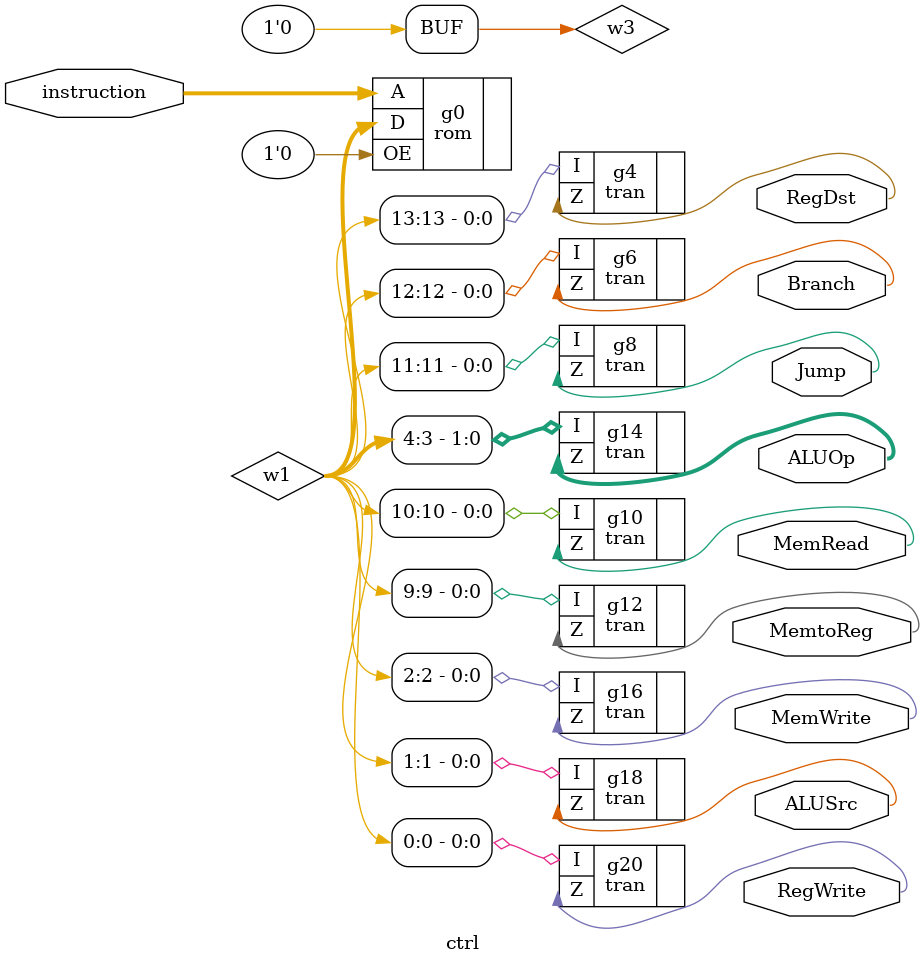
<source format=v>

module ctrl(RegDst, ALUSrc, instruction, Jump, MemRead, Branch, MemtoReg, RegWrite, MemWrite, ALUOp);
//: interface  /sz:(171, 276) /bd:[ Li0>instruction[5:0](47/276) Ro0<RegDst(22/276) Ro1<Jump(42/276) Ro2<Branch(67/276) Ro3<MemRead(91/276) Ro4<ALUOp[1:0](151/276) Ro5<MemtoReg(120/276) Ro6<MemWrite(175/276) Ro7<ALUSrc(211/276) Ro8<RegWrite(240/276) ]
output Branch;    //: /sn:0 {0}(432,-28)(561,-28){1}
supply0 w3;    //: /sn:0 {0}(309,8)(309,-50)(331,-50)(331,-60){1}
output ALUSrc;    //: /sn:0 {0}(432,227)(440,227)(440,228)(588,228){1}
output MemWrite;    //: /sn:0 {0}(432,193)(440,193)(440,194)(565,194){1}
input [5:0] instruction;    //: /sn:0 {0}(21,-73)(303,-73)(303,-85)(313,-85){1}
output RegDst;    //: /sn:0 {0}(432,-62)(558,-62){1}
output RegWrite;    //: /sn:0 {0}(432,259)(440,259)(440,258)(585,258){1}
output [1:0] ALUOp;    //: /sn:0 {0}(432,144)(440,144)(440,145)(577,145){1}
output MemtoReg;    //: /sn:0 {0}(433,86)(441,86)(441,94)(563,94){1}
output MemRead;    //: /sn:0 {0}(432,43)(440,43)(440,48)(566,48){1}
output Jump;    //: /sn:0 {0}(432,9)(440,9)(440,12)(563,12){1}
wire [13:0] w1;    //: /sn:0 {0}(348,-87)(428,-87)(428,-63){1}
//: {2}(428,-62)(428,-29){3}
//: {4}(428,-28)(428,8){5}
//: {6}(428,9)(428,42){7}
//: {8}(428,43)(428,63)(429,63)(429,85){9}
//: {10}(429,86)(429,133)(428,133)(428,143){11}
//: {12}(428,144)(428,192){13}
//: {14}(428,193)(428,226){15}
//: {16}(428,227)(428,258){17}
//: {18}(428,259)(428,412){19}
//: enddecls

  tran g4(.Z(RegDst), .I(w1[13]));   //: @(426,-62) /sn:0 /R:2 /w:[ 0 2 1 ] /ss:1
  tran g8(.Z(Jump), .I(w1[11]));   //: @(426,9) /sn:0 /R:2 /w:[ 0 6 5 ] /ss:1
  tran g16(.Z(MemWrite), .I(w1[2]));   //: @(426,193) /sn:0 /R:2 /w:[ 0 14 13 ] /ss:1
  //: output g3 (RegDst) @(555,-62) /sn:0 /w:[ 1 ]
  //: output g17 (ALUSrc) @(585,228) /sn:0 /w:[ 1 ]
  //: input g2 (instruction) @(19,-73) /sn:0 /w:[ 0 ]
  //: supply0 g1 (w3) @(309,14) /sn:0 /w:[ 0 ]
  tran g18(.Z(ALUSrc), .I(w1[1]));   //: @(426,227) /sn:0 /R:2 /w:[ 0 16 15 ] /ss:1
  tran g10(.Z(MemRead), .I(w1[10]));   //: @(426,43) /sn:0 /R:2 /w:[ 0 8 7 ] /ss:1
  tran g6(.Z(Branch), .I(w1[12]));   //: @(426,-28) /sn:0 /R:2 /w:[ 0 4 3 ] /ss:1
  //: output g7 (Jump) @(560,12) /sn:0 /w:[ 1 ]
  //: output g9 (MemRead) @(563,48) /sn:0 /w:[ 1 ]
  tran g12(.Z(MemtoReg), .I(w1[9]));   //: @(427,86) /sn:0 /R:2 /w:[ 0 10 9 ] /ss:1
  tran g14(.Z(ALUOp), .I(w1[4:3]));   //: @(426,144) /sn:0 /R:2 /w:[ 0 12 11 ] /ss:1
  //: output g5 (Branch) @(558,-28) /sn:0 /w:[ 1 ]
  //: output g11 (MemtoReg) @(560,94) /sn:0 /w:[ 1 ]
  //: output g19 (RegWrite) @(582,258) /sn:0 /w:[ 1 ]
  tran g20(.Z(RegWrite), .I(w1[0]));   //: @(426,259) /sn:0 /R:2 /w:[ 0 18 17 ] /ss:1
  //: output g15 (MemWrite) @(562,194) /sn:0 /w:[ 1 ]
  rom g0 (.A(instruction), .D(w1), .OE(w3));   //: @(331,-86) /sn:0 /w:[ 1 0 1 ]
  //: output g13 (ALUOp) @(574,145) /sn:0 /w:[ 1 ]

endmodule

module main;    //: root_module
wire w16;    //: /sn:0 {0}(405,247)(395,247){1}
wire w13;    //: /sn:0 {0}(405,178)(395,178){1}
wire [5:0] w0;    //: /sn:0 {0}(100,128)(100,203)(222,203){1}
wire w20;    //: /sn:0 {0}(405,367)(395,367){1}
wire w19;    //: /sn:0 {0}(405,331)(395,331){1}
wire [1:0] w18;    //: /sn:0 {0}(405,307)(395,307){1}
wire w21;    //: /sn:0 {0}(405,396)(395,396){1}
wire w1;    //: /sn:0 {0}(514,181)(524,181){1}
wire w17;    //: /sn:0 {0}(405,276)(395,276){1}
wire w14;    //: /sn:0 {0}(405,198)(395,198){1}
wire w15;    //: /sn:0 {0}(405,223)(395,223){1}
//: enddecls

  led g2 (.I(w1));   //: @(531,181) /sn:0 /R:3 /w:[ 1 ] /type:0
  ctrl g1 (.instruction(w0), .RegWrite(w21), .ALUSrc(w20), .MemWrite(w19), .MemtoReg(w17), .ALUOp(w18), .MemRead(w16), .Branch(w15), .Jump(w14), .RegDst(w13));   //: @(223, 156) /sz:(171, 276) /sn:0 /p:[ Li0>1 Ro0<1 Ro1<1 Ro2<1 Ro3<1 Ro4<1 Ro5<1 Ro6<1 Ro7<1 Ro8<1 ]
  //: dip g0 (w0) @(100,118) /sn:0 /w:[ 0 ] /st:0

endmodule

</source>
